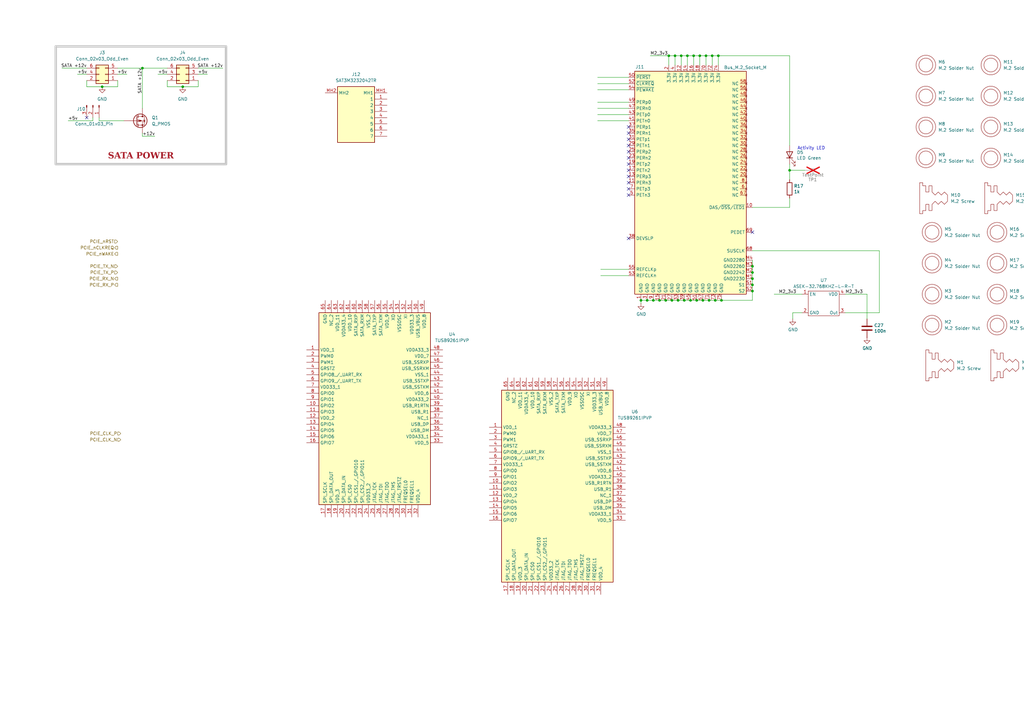
<source format=kicad_sch>
(kicad_sch (version 20250114) (generator "eeschema") (generator_version "9.0")
  (paper "A3")
  (rectangle (start 22.86 19.05) (end 92.71 67.31) (stroke (width 1) (color 200 200 200 1)))
  (text "Activity LED" (at 327.025 61.595 0) (effects (font (size 1.27 1.27)) (justify left bottom)))
  (text_box "SATA POWER" (at 22.86 59.69 0) (size 69.85 7.62) (margins 1.9049 1.9049 1.9049 1.9049) (stroke (width -0.0001)) (effects (font (size 2.54 2.54) (thickness 0.508) (bold yes)) (justify bottom)))
  (junction (at 279.4 22.86))
  (junction (at 308.61 114.3))
  (junction (at 283.21 123.19))
  (junction (at 280.67 123.19))
  (junction (at -25.4 231.14))
  (junction (at 289.56 22.86))
  (junction (at 292.1 22.86))
  (junction (at 308.61 109.22))
  (junction (at 323.85 69.85))
  (junction (at 294.64 22.86))
  (junction (at -59.69 226.06))
  (junction (at 276.86 22.86))
  (junction (at 58.42 27.94))
  (junction (at 281.94 22.86))
  (junction (at -107.95 259.08))
  (junction (at -27.94 259.08))
  (junction (at -22.86 226.06))
  (junction (at -96.52 265.43))
  (junction (at 308.61 119.38))
  (junction (at -107.95 226.06))
  (junction (at -95.25 274.32))
  (junction (at -43.18 226.06))
  (junction (at 308.61 111.76))
  (junction (at -17.78 259.08))
  (junction (at -93.98 226.06))
  (junction (at -99.06 259.08))
  (junction (at -95.25 241.3))
  (junction (at -59.69 259.08))
  (junction (at -27.94 226.06))
  (junction (at 274.32 22.86))
  (junction (at -22.86 264.16))
  (junction (at -17.78 226.06))
  (junction (at -33.02 226.06))
  (junction (at 284.48 22.86))
  (junction (at -43.18 236.22))
  (junction (at -22.86 259.08))
  (junction (at 288.29 123.19))
  (junction (at 267.97 123.19))
  (junction (at -78.74 274.32))
  (junction (at -78.74 241.3))
  (junction (at 285.75 123.19))
  (junction (at -96.52 232.41))
  (junction (at -43.18 269.24))
  (junction (at -95.25 261.62))
  (junction (at 293.37 123.19))
  (junction (at 295.91 123.19))
  (junction (at -62.23 274.32))
  (junction (at 41.91 35.56))
  (junction (at 287.02 22.86))
  (junction (at -43.18 259.08))
  (junction (at -93.98 259.08))
  (junction (at 270.51 123.19))
  (junction (at -27.94 231.14))
  (junction (at -62.23 241.3))
  (junction (at -27.94 264.16))
  (junction (at 308.61 116.84))
  (junction (at -99.06 226.06))
  (junction (at 275.59 123.19))
  (junction (at -33.02 259.08))
  (junction (at 273.05 123.19))
  (junction (at -25.4 264.16))
  (junction (at 290.83 123.19))
  (junction (at -95.25 228.6))
  (junction (at -93.98 228.6))
  (junction (at -96.52 264.16))
  (junction (at 265.43 123.19))
  (junction (at 74.93 35.56))
  (junction (at -96.52 231.14))
  (junction (at 262.89 123.19))
  (junction (at -22.86 231.14))
  (junction (at -93.98 261.62))
  (junction (at 278.13 123.19))
  (no_connect (at 257.81 72.39))
  (no_connect (at 35.56 48.26))
  (no_connect (at 257.81 64.77))
  (no_connect (at 257.81 57.15))
  (no_connect (at 308.61 95.25))
  (no_connect (at 257.81 54.61))
  (no_connect (at 257.81 80.01))
  (no_connect (at 257.81 97.79))
  (no_connect (at 257.81 52.07))
  (no_connect (at -63.5 231.14))
  (no_connect (at 257.81 62.23))
  (no_connect (at 257.81 67.31))
  (no_connect (at -63.5 264.16))
  (no_connect (at 257.81 77.47))
  (no_connect (at 257.81 74.93))
  (no_connect (at 257.81 69.85))
  (no_connect (at 257.81 59.69))
  (wire (pts (xy -27.94 226.06) (xy -22.86 226.06)))
  (wire (pts (xy -43.18 269.24) (xy -43.18 274.32)))
  (wire (pts (xy 308.61 116.84) (xy 308.61 119.38)))
  (wire (pts (xy -33.02 264.16) (xy -27.94 264.16)))
  (wire (pts (xy -27.94 264.16) (xy -25.4 264.16)))
  (wire (pts (xy -62.23 274.32) (xy -62.23 266.7)))
  (wire (pts (xy 35.56 33.02) (xy 35.56 35.56)))
  (wire (pts (xy 292.1 22.86) (xy 292.1 26.67)))
  (wire (pts (xy -107.95 269.24) (xy -93.98 269.24)))
  (wire (pts (xy 245.11 44.45) (xy 257.81 44.45)))
  (wire (pts (xy 308.61 119.38) (xy 308.61 123.19)))
  (wire (pts (xy 262.89 123.19) (xy 262.89 124.46)))
  (wire (pts (xy 308.61 111.76) (xy 308.61 114.3)))
  (wire (pts (xy 276.86 22.86) (xy 276.86 26.67)))
  (wire (pts (xy -63.5 269.24) (xy -43.18 269.24)))
  (wire (pts (xy -43.18 266.7) (xy -43.18 269.24)))
  (wire (pts (xy -93.98 228.6) (xy -93.98 231.14)))
  (wire (pts (xy -93.98 223.52) (xy -96.52 223.52)))
  (wire (pts (xy -63.5 261.62) (xy -58.42 261.62)))
  (wire (pts (xy -107.95 259.08) (xy -99.06 259.08)))
  (wire (pts (xy -99.06 264.16) (xy -96.52 264.16)))
  (wire (pts (xy -33.02 231.14) (xy -27.94 231.14)))
  (wire (pts (xy 81.28 35.56) (xy 81.28 33.02)))
  (wire (pts (xy -22.86 231.14) (xy -17.78 231.14)))
  (wire (pts (xy -96.52 223.52) (xy -96.52 231.14)))
  (wire (pts (xy 360.68 128.27) (xy 346.71 128.27)))
  (wire (pts (xy -43.18 233.68) (xy -43.18 236.22)))
  (wire (pts (xy 294.64 22.86) (xy 294.64 26.67)))
  (wire (pts (xy 281.94 22.86) (xy 281.94 26.67)))
  (wire (pts (xy 287.02 22.86) (xy 289.56 22.86)))
  (wire (pts (xy 355.6 120.65) (xy 346.71 120.65)))
  (wire (pts (xy 27.94 49.53) (xy 38.1 49.53)))
  (wire (pts (xy 257.81 41.91) (xy 245.11 41.91)))
  (wire (pts (xy -113.03 259.08) (xy -107.95 259.08)))
  (wire (pts (xy 246.38 113.03) (xy 257.81 113.03)))
  (wire (pts (xy 294.64 22.86) (xy 323.85 22.86)))
  (wire (pts (xy -96.52 265.43) (xy -96.52 274.32)))
  (wire (pts (xy -63.5 228.6) (xy -58.42 228.6)))
  (wire (pts (xy 281.94 22.86) (xy 284.48 22.86)))
  (wire (pts (xy -27.94 231.14) (xy -25.4 231.14)))
  (wire (pts (xy 85.09 30.48) (xy 81.28 30.48)))
  (wire (pts (xy 262.89 123.19) (xy 265.43 123.19)))
  (wire (pts (xy -25.4 264.16) (xy -22.86 264.16)))
  (wire (pts (xy -63.5 259.08) (xy -59.69 259.08)))
  (wire (pts (xy -25.4 231.14) (xy -22.86 231.14)))
  (wire (pts (xy 308.61 102.87) (xy 360.68 102.87)))
  (wire (pts (xy -95.25 228.6) (xy -93.98 228.6)))
  (wire (pts (xy 40.64 49.53) (xy 50.8 49.53)))
  (wire (pts (xy -43.18 259.08) (xy -33.02 259.08)))
  (wire (pts (xy 308.61 106.68) (xy 308.61 109.22)))
  (wire (pts (xy 289.56 22.86) (xy 292.1 22.86)))
  (wire (pts (xy 290.83 123.19) (xy 288.29 123.19)))
  (wire (pts (xy 68.58 30.48) (xy 64.77 30.48)))
  (wire (pts (xy -95.25 241.3) (xy -78.74 241.3)))
  (wire (pts (xy -63.5 256.54) (xy -63.5 254)))
  (wire (pts (xy -107.95 236.22) (xy -93.98 236.22)))
  (wire (pts (xy 308.61 114.3) (xy 308.61 116.84)))
  (wire (pts (xy 245.11 31.75) (xy 257.81 31.75)))
  (wire (pts (xy -33.02 226.06) (xy -27.94 226.06)))
  (wire (pts (xy 325.12 130.81) (xy 325.12 128.27)))
  (wire (pts (xy -63.5 226.06) (xy -59.69 226.06)))
  (wire (pts (xy 40.64 48.26) (xy 40.64 49.53)))
  (wire (pts (xy 288.29 123.19) (xy 285.75 123.19)))
  (wire (pts (xy 293.37 123.19) (xy 290.83 123.19)))
  (wire (pts (xy -113.03 226.06) (xy -107.95 226.06)))
  (wire (pts (xy 58.42 27.94) (xy 48.26 27.94)))
  (wire (pts (xy 284.48 22.86) (xy 284.48 26.67)))
  (wire (pts (xy -33.02 259.08) (xy -27.94 259.08)))
  (wire (pts (xy 308.61 85.09) (xy 323.85 85.09)))
  (wire (pts (xy -48.26 226.06) (xy -43.18 226.06)))
  (wire (pts (xy -107.95 226.06) (xy -99.06 226.06)))
  (wire (pts (xy -93.98 261.62) (xy -93.98 264.16)))
  (wire (pts (xy 323.85 69.85) (xy 323.85 67.31)))
  (wire (pts (xy -93.98 259.08) (xy -93.98 261.62)))
  (wire (pts (xy -107.95 260.35) (xy -107.95 259.08)))
  (wire (pts (xy 289.56 22.86) (xy 289.56 26.67)))
  (wire (pts (xy 58.42 55.88) (xy 58.42 54.61)))
  (wire (pts (xy 58.42 27.94) (xy 68.58 27.94)))
  (wire (pts (xy 63.5 55.88) (xy 58.42 55.88)))
  (wire (pts (xy -62.23 241.3) (xy -62.23 233.68)))
  (wire (pts (xy 274.32 22.86) (xy 274.32 26.67)))
  (wire (pts (xy 68.58 33.02) (xy 68.58 35.56)))
  (wire (pts (xy 267.97 123.19) (xy 270.51 123.19)))
  (wire (pts (xy -78.74 241.3) (xy -62.23 241.3)))
  (wire (pts (xy -59.69 226.06) (xy -55.88 226.06)))
  (wire (pts (xy -95.25 261.62) (xy -93.98 261.62)))
  (wire (pts (xy -96.52 231.14) (xy -96.52 232.41)))
  (wire (pts (xy 41.91 35.56) (xy 48.26 35.56)))
  (wire (pts (xy 52.07 30.48) (xy 48.26 30.48)))
  (wire (pts (xy 284.48 22.86) (xy 287.02 22.86)))
  (wire (pts (xy 278.13 123.19) (xy 280.67 123.19)))
  (wire (pts (xy -107.95 227.33) (xy -107.95 226.06)))
  (wire (pts (xy 292.1 22.86) (xy 294.64 22.86)))
  (wire (pts (xy 245.11 34.29) (xy 257.81 34.29)))
  (wire (pts (xy -95.25 228.6) (xy -95.25 217.17)))
  (wire (pts (xy 274.32 22.86) (xy 276.86 22.86)))
  (wire (pts (xy 325.12 128.27) (xy 328.93 128.27)))
  (wire (pts (xy 245.11 36.83) (xy 257.81 36.83)))
  (wire (pts (xy -96.52 264.16) (xy -96.52 265.43)))
  (wire (pts (xy -62.23 233.68) (xy -63.5 233.68)))
  (wire (pts (xy 323.85 69.85) (xy 330.2 69.85)))
  (wire (pts (xy -62.23 274.32) (xy -50.8 274.32)))
  (wire (pts (xy -78.74 274.32) (xy -62.23 274.32)))
  (wire (pts (xy 287.02 22.86) (xy 287.02 26.67)))
  (wire (pts (xy 295.91 123.19) (xy 293.37 123.19)))
  (wire (pts (xy 35.56 30.48) (xy 31.75 30.48)))
  (wire (pts (xy 68.58 35.56) (xy 74.93 35.56)))
  (wire (pts (xy -62.23 266.7) (xy -63.5 266.7)))
  (wire (pts (xy -95.25 274.32) (xy -78.74 274.32)))
  (wire (pts (xy 323.85 85.09) (xy 323.85 81.28)))
  (wire (pts (xy 273.05 123.19) (xy 275.59 123.19)))
  (wire (pts (xy 74.93 35.56) (xy 81.28 35.56)))
  (wire (pts (xy 38.1 49.53) (xy 38.1 48.26)))
  (wire (pts (xy -17.78 259.08) (xy -3.81 259.08)))
  (wire (pts (xy -99.06 226.06) (xy -93.98 226.06)))
  (wire (pts (xy -22.86 226.06) (xy -17.78 226.06)))
  (wire (pts (xy -93.98 233.68) (xy -93.98 232.41)))
  (wire (pts (xy 58.42 27.94) (xy 58.42 44.45)))
  (wire (pts (xy 308.61 109.22) (xy 308.61 111.76)))
  (wire (pts (xy -48.26 259.08) (xy -43.18 259.08)))
  (wire (pts (xy -17.78 226.06) (xy -3.81 226.06)))
  (wire (pts (xy 308.61 123.19) (xy 295.91 123.19)))
  (wire (pts (xy -96.52 232.41) (xy -96.52 241.3)))
  (wire (pts (xy -93.98 226.06) (xy -93.98 228.6)))
  (wire (pts (xy 267.97 123.19) (xy 265.43 123.19)))
  (wire (pts (xy -63.5 236.22) (xy -43.18 236.22)))
  (wire (pts (xy 48.26 35.56) (xy 48.26 33.02)))
  (wire (pts (xy 317.5 120.65) (xy 328.93 120.65)))
  (wire (pts (xy -22.86 264.16) (xy -17.78 264.16)))
  (wire (pts (xy -96.52 274.32) (xy -95.25 274.32)))
  (wire (pts (xy -59.69 259.08) (xy -55.88 259.08)))
  (wire (pts (xy -93.98 266.7) (xy -93.98 265.43)))
  (wire (pts (xy -96.52 232.41) (xy -93.98 232.41)))
  (wire (pts (xy 279.4 22.86) (xy 281.94 22.86)))
  (wire (pts (xy 270.51 123.19) (xy 273.05 123.19)))
  (wire (pts (xy -95.25 233.68) (xy -95.25 228.6)))
  (wire (pts (xy 246.38 110.49) (xy 257.81 110.49)))
  (wire (pts (xy -27.94 259.08) (xy -22.86 259.08)))
  (wire (pts (xy -107.95 267.97) (xy -107.95 269.24)))
  (wire (pts (xy -96.52 250.19) (xy -95.25 250.19)))
  (wire (pts (xy -43.18 226.06) (xy -33.02 226.06)))
  (wire (pts (xy -93.98 256.54) (xy -96.52 256.54)))
  (wire (pts (xy -63.5 220.98) (xy -59.69 220.98)))
  (wire (pts (xy 245.11 46.99) (xy 257.81 46.99)))
  (wire (pts (xy 245.11 49.53) (xy 257.81 49.53)))
  (wire (pts (xy 81.28 27.94) (xy 91.44 27.94)))
  (wire (pts (xy -95.25 266.7) (xy -95.25 261.62)))
  (wire (pts (xy -96.52 241.3) (xy -95.25 241.3)))
  (wire (pts (xy 360.68 102.87) (xy 360.68 128.27)))
  (wire (pts (xy 285.75 123.19) (xy 283.21 123.19)))
  (wire (pts (xy -63.5 223.52) (xy -63.5 220.98)))
  (wire (pts (xy 355.6 130.81) (xy 355.6 120.65)))
  (wire (pts (xy 280.67 123.19) (xy 283.21 123.19)))
  (wire (pts (xy -62.23 241.3) (xy -50.8 241.3)))
  (wire (pts (xy 279.4 22.86) (xy 279.4 26.67)))
  (wire (pts (xy 323.85 69.85) (xy 323.85 73.66)))
  (wire (pts (xy -96.52 217.17) (xy -95.25 217.17)))
  (wire (pts (xy -43.18 236.22) (xy -43.18 241.3)))
  (wire (pts (xy -63.5 254) (xy -59.69 254)))
  (wire (pts (xy 276.86 22.86) (xy 279.4 22.86)))
  (wire (pts (xy -22.86 259.08) (xy -17.78 259.08)))
  (wire (pts (xy 278.13 123.19) (xy 275.59 123.19)))
  (wire (pts (xy 266.7 22.86) (xy 274.32 22.86)))
  (wire (pts (xy 323.85 22.86) (xy 323.85 59.69)))
  (wire (pts (xy -99.06 259.08) (xy -93.98 259.08)))
  (wire (pts (xy 35.56 35.56) (xy 41.91 35.56)))
  (wire (pts (xy 25.4 27.94) (xy 35.56 27.94)))
  (wire (pts (xy -96.52 256.54) (xy -96.52 264.16)))
  (wire (pts (xy -96.52 265.43) (xy -93.98 265.43)))
  (wire (pts (xy -99.06 231.14) (xy -96.52 231.14)))
  (wire (pts (xy -95.25 261.62) (xy -95.25 250.19)))
  (wire (pts (xy -107.95 234.95) (xy -107.95 236.22)))
  (label "+5v" (at -113.03 259.08 0))
  (label "M2_3v3" (at 266.7 22.86 0))
  (label "+12v" (at 58.42 55.88 0))
  (label "SATA +12v" (at 91.44 27.94 180))
  (label "M2_3v3" (at 319.405 120.65 0))
  (label "M2_3v3" (at 346.71 120.65 0))
  (label "+5v" (at -62.23 261.62 0))
  (label "SATA +12v" (at 35.56 27.94 180))
  (label "+5v" (at -62.23 228.6 0))
  (label "M2_3v3 (1)" (at -3.81 226.06 180))
  (label "+5v" (at 27.94 49.53 0))
  (label "SATA +12v" (at 58.42 27.94 270))
  (label "+5v" (at 52.07 30.48 180))
  (label "+5v" (at 31.75 30.48 0))
  (label "+5v" (at 64.77 30.48 0))
  (label "+5v" (at -113.03 226.06 0))
  (label "M2_3v3 (2)" (at -3.81 259.08 180))
  (label "+5v" (at 85.09 30.48 180))
  (hierarchical_label "PCIE_CLK_P" (shape input) (at 49.53 177.8 180))
  (hierarchical_label "PCIE_RX_N" (shape output) (at 48.26 114.3 180))
  (hierarchical_label "PCIE_nRST" (shape input) (at 48.26 99.06 180))
  (hierarchical_label "PCIE_nWAKE" (shape output) (at 48.26 104.14 180))
  (hierarchical_label "PCIE_nCLKREQ" (shape output) (at 48.26 101.6 180))
  (hierarchical_label "PCIE_PWR_EN" (shape input) (at -96.52 250.19 180))
  (hierarchical_label "PCIE_PWR_EN" (shape input) (at -96.52 217.17 180))
  (hierarchical_label "PCIE_TX_P" (shape input) (at 48.26 111.76 180))
  (hierarchical_label "+5v" (shape input) (at -113.03 259.08 180))
  (hierarchical_label "PCIE_TX_N" (shape input) (at 48.26 109.22 180))
  (hierarchical_label "+5v" (shape input) (at -113.03 226.06 180))
  (hierarchical_label "PCIE_RX_P" (shape output) (at 48.26 116.84 180))
  (hierarchical_label "PCIE_CLK_N" (shape input) (at 49.53 180.34 180))
  (symbol (lib_id "power:GND") (at 41.91 35.56 0) (unit 1)
    (property "Reference" "#PWR04" (effects (hide yes)))
    (property "Value" "GND" (at 41.91 40.64 0))
    (property "Description" "Power symbol creates a global label with name \"GND\" , ground" (effects (hide yes)))
  )
  (symbol (lib_id "power:GND") (at 74.93 35.56 0) (unit 1)
    (property "Reference" "#PWR07" (effects (hide yes)))
    (property "Value" "GND" (at 74.93 40.64 0))
    (property "Description" "Power symbol creates a global label with name \"GND\" , ground" (effects (hide yes)))
  )
  (symbol (lib_id "Connector:Conn_01x03_Pin") (at 38.1 43.18 270) (unit 1)
    (property "Reference" "J10" (at 33.274 44.704 90))
    (property "Value" "Conn_01x03_Pin" (at 38.608 50.8 90))
    (property "Description" "Generic connector, single row, 01x03, script generated" (effects (hide yes)))
  )
  (symbol (lib_id "Connector:TestPoint") (at 330.2 69.85 270) (unit 1) (in_bom no) (dnp yes)
    (property "Reference" "TP1" (at 331.47 73.66 90) (effects (justify left)))
    (property "Value" "TestPoint" (at 328.93 71.755 90) (effects (justify left)))
    (property "Footprint" "TestPoint:TestPoint_Pad_2.0x2.0mm" (effects (hide yes)))
    (property "Field4" "nf" (effects (hide yes)))
    (property "Field5" "nf" (effects (hide yes)))
    (property "Field6" "nf" (effects (hide yes)))
    (property "Field7" "nf" (effects (hide yes)))
    (property "Part Description" "Test point" (effects (hide yes)))
  )
  (symbol (lib_id "CM5IO:Bus_M.2_Socket_M") (at 283.21 74.93 0) (unit 1)
    (property "Reference" "J11" (at 260.604 27.432 0) (effects (justify left)))
    (property "Value" "Bus_M.2_Socket_M" (at 296.926 27.686 0) (effects (justify left)))
    (property "Footprint" "CM5IO:M.2 M Key socket" (effects (hide yes)))
    (property "Description" "M.2 Socket 3 Mechanical Key M" (effects (hide yes)))
    (property "Field5" "MTSSD03-67MSW337" (effects (hide yes)))
    (property "Field6" "MTSSD03-67MSW337" (effects (hide yes)))
    (property "Field7" "MTCONN" (effects (hide yes)))
    (property "Part Description" "M.2 M Key connector" (effects (hide yes)))
  )
  (symbol (lib_id "Device:C_Small") (at -33.02 228.6 0) (unit 1)
    (property "Reference" "C30" (at -34.29 222.758 0) (effects (justify left)))
    (property "Value" "22n" (at -34.29 224.79 0) (effects (justify left)))
    (property "Description" "Unpolarized capacitor, small symbol" (effects (hide yes)))
  )
  (symbol (lib_id "Device:R") (at -95.25 237.49 0) (unit 1)
    (property "Reference" "R13" (at -96.266 244.602 0) (effects (justify left)))
    (property "Value" "100K 1%" (at -96.52 242.824 0) (effects (justify left)))
    (property "Footprint" "Resistor_SMD:R_0402_1005Metric" (effects (hide yes)))
    (property "Datasheet" "https://fscdn.rohm.com/en/products/databook/datasheet/passive/resistor/chip_resistor/mcr-e.pdf" (effects (hide yes)))
    (property "Field4" "Farnell" (effects (hide yes)))
    (property "Field6" "MCR01MZPF1003" (effects (hide yes)))
    (property "Field7" "Rohm" (effects (hide yes)))
    (property "Part Description" "Resistor 100K M1005 1% 63mW" (effects (hide yes)))
  )
  (symbol (lib_id "CM5IO:M.2_Screw") (at 382.27 81.28 0) (unit 1) (on_board no)
    (property "Reference" "M10" (at 389.89 80.0099 0) (effects (justify left)))
    (property "Value" "M.2 Screw" (at 389.89 82.5499 0) (effects (justify left)))
    (property "Part Description" "M.2 Screw" (effects (hide yes)))
  )
  (symbol (lib_id "power:GND") (at 262.89 124.46 0) (unit 1)
    (property "Reference" "#PWR019" (effects (hide yes)))
    (property "Value" "GND" (at 263.017 128.8542 0))
    (property "Description" "Power symbol creates a global label with name \"GND\" , ground" (effects (hide yes)))
  )
  (symbol (lib_id "Device:R") (at -43.18 262.89 0) (unit 1)
    (property "Reference" "R9" (at -40.64 261.6199 0) (effects (justify left)))
    (property "Value" "137k" (at -40.64 264.1599 0) (effects (justify left)))
    (property "Description" "Resistor" (effects (hide yes)))
  )
  (symbol (lib_id "Device:R") (at 323.85 77.47 0) (unit 1)
    (property "Reference" "R17" (at 325.628 76.3016 0) (effects (justify left)))
    (property "Value" "1k" (at 325.628 78.613 0) (effects (justify left)))
    (property "Footprint" "Resistor_SMD:R_0402_1005Metric" (effects (hide yes)))
    (property "Datasheet" "https://fscdn.rohm.com/en/products/databook/datasheet/passive/resistor/chip_resistor/mcr-e.pdf" (effects (hide yes)))
    (property "Field4" "Farnell" (effects (hide yes)))
    (property "Field5" "9239235" (effects (hide yes)))
    (property "Field7" "KOA EUROPE GMBH" (effects (hide yes)))
    (property "Field6" "RK73H1ETTP1001F" (effects (hide yes)))
    (property "Part Description" "Resistor 1K M1005 1% 63mW" (effects (hide yes)))
    (property "Field8" "125049511" (effects (hide yes)))
  )
  (symbol (lib_id "CM5IO:SolderNut") (at 382.27 120.65 0) (unit 1) (exclude_from_sim yes) (on_board no)
    (property "Reference" "M3" (at 387.35 119.3799 0) (effects (justify left)))
    (property "Value" "M.2 Solder Nut" (at 387.35 121.9199 0) (effects (justify left)))
    (property "Part Description" "Solder nut for M.2 slot" (effects (hide yes)))
  )
  (symbol (lib_id "Device:C_Small") (at -22.86 228.6 0) (unit 1)
    (property "Reference" "C32" (at -24.13 222.758 0) (effects (justify left)))
    (property "Value" "22n" (at -24.13 224.79 0) (effects (justify left)))
    (property "Description" "Unpolarized capacitor, small symbol" (effects (hide yes)))
  )
  (symbol (lib_id "AP62800SJ-7:AP62800SJ-7") (at -93.98 223.52 0) (unit 1)
    (property "Reference" "IC2" (at -78.74 215.9 0))
    (property "Value" "AP62800SJ-7" (at -78.74 218.44 0))
    (property "Footprint" "AP62800SJ7" (effects (hide yes)))
    (property "Datasheet" "https://www.diodes.com//assets/Datasheets/AP62800.pdf" (effects (hide yes)))
    (property "Description" "Switching Voltage Regulators DCDC Conv HV Buck V-QFN2030-12 T&R 3K" (effects (hide yes)))
    (property "Height" "0.85" (effects (hide yes)))
    (property "Manufacturer_Name" "Diodes Incorporated" (effects (hide yes)))
    (property "Manufacturer_Part_Number" "AP62800SJ-7" (effects (hide yes)))
  )
  (symbol (lib_id "Device:C") (at 355.6 134.62 0) (unit 1)
    (property "Reference" "C27" (at 358.521 133.4516 0) (effects (justify left)))
    (property "Value" "100n" (at 358.521 135.763 0) (effects (justify left)))
    (property "Footprint" "Capacitor_SMD:C_0402_1005Metric" (effects (hide yes)))
    (property "Datasheet" "https://search.murata.co.jp/Ceramy/image/img/A01X/G101/ENG/GRM155R71C104KA88-01.pdf" (effects (hide yes)))
    (property "Field4" "Farnell" (effects (hide yes)))
    (property "Field5" "2611911" (effects (hide yes)))
    (property "Field6" "RM EMK105 B7104KV-F" (effects (hide yes)))
    (property "Field7" "TAIYO YUDEN EUROPE GMBH" (effects (hide yes)))
    (property "Field8" "110091611" (effects (hide yes)))
    (property "Part Description" "	0.1uF 10% 16V Ceramic Capacitor X7R 0402 (1005 Metric)" (effects (hide yes)))
  )
  (symbol (lib_id "Device:R") (at -43.18 229.87 0) (unit 1)
    (property "Reference" "R16" (at -40.64 228.5999 0) (effects (justify left)))
    (property "Value" "137k" (at -40.64 231.1399 0) (effects (justify left)))
    (property "Description" "Resistor" (effects (hide yes)))
  )
  (symbol (lib_id "CM5IO:SolderNut") (at 406.4 52.07 0) (unit 1) (exclude_from_sim yes) (on_board no)
    (property "Reference" "M13" (at 411.48 50.7999 0) (effects (justify left)))
    (property "Value" "M.2 Solder Nut" (at 411.48 53.3399 0) (effects (justify left)))
    (property "Part Description" "Solder nut for M.2 slot" (effects (hide yes)))
  )
  (symbol (lib_id "power:GND") (at -78.74 274.32 0) (unit 1)
    (property "Reference" "#PWR08" (effects (hide yes)))
    (property "Value" "GND" (at -78.74 279.4 0))
    (property "Description" "Power symbol creates a global label with name \"GND\" , ground" (effects (hide yes)))
  )
  (symbol (lib_id "CM5IO:M.2_Screw") (at 411.48 149.86 0) (unit 1) (on_board no)
    (property "Reference" "M20" (at 419.1 148.5899 0) (effects (justify left)))
    (property "Value" "M.2 Screw" (at 419.1 151.1299 0) (effects (justify left)))
    (property "Part Description" "M.2 Screw" (effects (hide yes)))
  )
  (symbol (lib_id "Device:R") (at -95.25 270.51 0) (unit 1)
    (property "Reference" "R14" (at -96.266 277.622 0) (effects (justify left)))
    (property "Value" "100K 1%" (at -96.52 275.844 0) (effects (justify left)))
    (property "Footprint" "Resistor_SMD:R_0402_1005Metric" (effects (hide yes)))
    (property "Datasheet" "https://fscdn.rohm.com/en/products/databook/datasheet/passive/resistor/chip_resistor/mcr-e.pdf" (effects (hide yes)))
    (property "Field4" "Farnell" (effects (hide yes)))
    (property "Field6" "MCR01MZPF1003" (effects (hide yes)))
    (property "Field7" "Rohm" (effects (hide yes)))
    (property "Part Description" "Resistor 100K M1005 1% 63mW" (effects (hide yes)))
  )
  (symbol (lib_id "CM5IO:ASEK-32.768KHZ-L-R-T") (at 337.82 124.46 0) (unit 1)
    (property "Reference" "U7" (at 337.82 114.935 0))
    (property "Value" "ASEK-32.768KHZ-L-R-T" (at 337.82 117.475 0))
    (property "Footprint" "Crystal:Crystal_SMD_3225-4Pin_3.2x2.5mm" (effects (hide yes)))
    (property "Datasheet" "https://abracon.com/Oscillators/ASEK.pdf" (effects (hide yes)))
    (property "Field5" "ASEK-32.768KHZ-L-R-T" (effects (hide yes)))
    (property "Field6" "ASEK-32.768KHZ-L-R-T" (effects (hide yes)))
    (property "Field7" "abracon" (effects (hide yes)))
    (property "Part Description" "32KHz Xtal oscilator" (effects (hide yes)))
  )
  (symbol (lib_id "Device:C_Small") (at -99.06 261.62 0) (unit 1)
    (property "Reference" "C18" (at -101.6 260.3562 0) (effects (justify right)))
    (property "Value" "22u" (at -101.6 262.8962 0) (effects (justify right)))
    (property "Description" "Unpolarized capacitor, small symbol" (effects (hide yes)))
  )
  (symbol (lib_id "Device:R") (at -107.95 264.16 0) (mirror y) (unit 1)
    (property "Reference" "R8" (at -110.49 262.8899 0) (effects (justify left)))
    (property "Value" "R" (at -110.49 265.4299 0) (effects (justify left)))
    (property "Description" "Resistor" (effects (hide yes)))
  )
  (symbol (lib_id "Device:R") (at -46.99 274.32 90) (unit 1)
    (property "Reference" "R11" (at -46.99 270.51 90))
    (property "Value" "30.1k" (at -46.99 272.288 90))
    (property "Description" "Resistor" (effects (hide yes)))
  )
  (symbol (lib_id "CM5IO:SolderNut") (at 408.94 133.35 0) (unit 1) (exclude_from_sim yes) (on_board no)
    (property "Reference" "M19" (at 414.02 132.0799 0) (effects (justify left)))
    (property "Value" "M.2 Solder Nut" (at 414.02 134.6199 0) (effects (justify left)))
    (property "Part Description" "Solder nut for M.2 slot" (effects (hide yes)))
  )
  (symbol (lib_id "CM5IO:SolderNut") (at 379.73 64.77 0) (unit 1) (exclude_from_sim yes) (on_board no)
    (property "Reference" "M9" (at 384.81 63.4999 0) (effects (justify left)))
    (property "Value" "M.2 Solder Nut" (at 384.81 66.0399 0) (effects (justify left)))
    (property "Part Description" "Solder nut for M.2 slot" (effects (hide yes)))
  )
  (symbol (lib_id "Connector_Generic:Conn_02x03_Odd_Even") (at 76.2 30.48 180) (unit 1)
    (property "Reference" "J4" (at 74.93 21.59 0))
    (property "Value" "Conn_02x03_Odd_Even" (at 74.93 24.13 0))
    (property "Description" "Generic connector, double row, 02x03, odd/even pin numbering scheme (row 1 odd numbers, row 2 even numbers), script generated (kicad-library-utils/schlib/autogen/connector/)" (effects (hide yes)))
  )
  (symbol (lib_id "CM5IO:SolderNut") (at 406.4 26.67 0) (unit 1) (exclude_from_sim yes) (on_board no)
    (property "Reference" "M11" (at 411.48 25.3999 0) (effects (justify left)))
    (property "Value" "M.2 Solder Nut" (at 411.48 27.9399 0) (effects (justify left)))
    (property "Part Description" "Solder nut for M.2 slot" (effects (hide yes)))
  )
  (symbol (lib_id "Device:L") (at -52.07 259.08 90) (unit 1)
    (property "Reference" "L1" (at -52.07 254 90))
    (property "Value" "2u" (at -52.07 256.54 90))
    (property "Description" "Inductor" (effects (hide yes)))
  )
  (symbol (lib_id "CM5IO:SolderNut") (at 408.94 107.95 0) (unit 1) (exclude_from_sim yes) (on_board no)
    (property "Reference" "M17" (at 414.02 106.6799 0) (effects (justify left)))
    (property "Value" "M.2 Solder Nut" (at 414.02 109.2199 0) (effects (justify left)))
    (property "Part Description" "Solder nut for M.2 slot" (effects (hide yes)))
  )
  (symbol (lib_id "AP62800SJ-7:AP62800SJ-7") (at -93.98 256.54 0) (unit 1)
    (property "Reference" "IC1" (at -78.74 248.92 0))
    (property "Value" "AP62800SJ-7" (at -78.74 251.46 0))
    (property "Footprint" "AP62800SJ7" (effects (hide yes)))
    (property "Datasheet" "https://www.diodes.com//assets/Datasheets/AP62800.pdf" (effects (hide yes)))
    (property "Description" "Switching Voltage Regulators DCDC Conv HV Buck V-QFN2030-12 T&R 3K" (effects (hide yes)))
    (property "Height" "0.85" (effects (hide yes)))
    (property "Manufacturer_Name" "Diodes Incorporated" (effects (hide yes)))
    (property "Manufacturer_Part_Number" "AP62800SJ-7" (effects (hide yes)))
  )
  (symbol (lib_id "Device:C_Small") (at -59.69 223.52 0) (unit 1)
    (property "Reference" "C29" (at -60.96 217.678 0) (effects (justify left)))
    (property "Value" "100n" (at -61.722 219.71 0) (effects (justify left)))
    (property "Description" "Unpolarized capacitor, small symbol" (effects (hide yes)))
  )
  (symbol (lib_id "Device:C_Small") (at -99.06 228.6 0) (unit 1)
    (property "Reference" "C28" (at -101.6 227.3362 0) (effects (justify right)))
    (property "Value" "22u" (at -101.6 229.8762 0) (effects (justify right)))
    (property "Description" "Unpolarized capacitor, small symbol" (effects (hide yes)))
  )
  (symbol (lib_id "CM5IO:M.2_Screw") (at 384.81 149.86 0) (unit 1) (on_board no)
    (property "Reference" "M1" (at 392.43 148.5899 0) (effects (justify left)))
    (property "Value" "M.2 Screw" (at 392.43 151.1299 0) (effects (justify left)))
    (property "Part Description" "M.2 Screw" (effects (hide yes)))
  )
  (symbol (lib_id "SAT3M3232042TR:SAT3M3232042TR") (at 133.35 38.1 0) (unit 1)
    (property "Reference" "J12" (at 146.05 30.48 0))
    (property "Value" "SAT3M3232042TR" (at 146.05 33.02 0))
    (property "Footprint" "SAT3M3232042TR" (effects (hide yes)))
    (property "Datasheet" "https://cdn.amphenol-cs.com/media/wysiwyg/files/drawing/sat3m323203xxx.pdf" (effects (hide yes)))
    (property "Description" "SATA Connectors, Storage & Server System, Plug, Surface Mount, 7 Positions." (effects (hide yes)))
    (property "Height" "8.55" (effects (hide yes)))
    (property "Manufacturer_Name" "Amphenol Communications Solutions" (effects (hide yes)))
    (property "Manufacturer_Part_Number" "SAT3M3232042TR" (effects (hide yes)))
    (property "Mouser Part Number" "523-SAT3M3232042TR" (effects (hide yes)))
    (property "Mouser Price/Stock" "https://www.mouser.co.uk/ProductDetail/Amphenol-FCI/SAT3M3232042TR?qs=vLWxofP3U2zYTvrDpHb8Yw%3D%3D" (effects (hide yes)))
    (property "Arrow Part Number" "SAT3M3232042TR" (effects (hide yes)))
    (property "Arrow Price/Stock" "https://www.arrow.com/en/products/sat3m3232042tr/amphenol-fci?utm_currency=USD&region=europe" (effects (hide yes)))
  )
  (symbol (lib_id "Device:C_Small") (at -22.86 261.62 0) (unit 1)
    (property "Reference" "C25" (at -24.13 255.778 0) (effects (justify left)))
    (property "Value" "22n" (at -24.13 257.81 0) (effects (justify left)))
    (property "Description" "Unpolarized capacitor, small symbol" (effects (hide yes)))
  )
  (symbol (lib_id "CM5IO:SolderNut") (at 382.27 107.95 0) (unit 1) (exclude_from_sim yes) (on_board no)
    (property "Reference" "M4" (at 387.35 106.6799 0) (effects (justify left)))
    (property "Value" "M.2 Solder Nut" (at 387.35 109.2199 0) (effects (justify left)))
    (property "Part Description" "Solder nut for M.2 slot" (effects (hide yes)))
  )
  (symbol (lib_id "power:GND") (at -25.4 264.16 0) (unit 1)
    (property "Reference" "#PWR09" (effects (hide yes)))
    (property "Value" "GND" (at -25.4 269.24 0))
    (property "Description" "Power symbol creates a global label with name \"GND\" , ground" (effects (hide yes)))
  )
  (symbol (lib_id "Device:C_Small") (at -27.94 228.6 0) (unit 1)
    (property "Reference" "C31" (at -29.21 222.758 0) (effects (justify left)))
    (property "Value" "22n" (at -29.21 224.79 0) (effects (justify left)))
    (property "Description" "Unpolarized capacitor, small symbol" (effects (hide yes)))
  )
  (symbol (lib_id "CM5IO:SolderNut") (at 379.73 26.67 0) (unit 1) (exclude_from_sim yes) (on_board no)
    (property "Reference" "M6" (at 384.81 25.3999 0) (effects (justify left)))
    (property "Value" "M.2 Solder Nut" (at 384.81 27.9399 0) (effects (justify left)))
    (property "Part Description" "Solder nut for M.2 slot" (effects (hide yes)))
  )
  (symbol (lib_id "TUSB9261IPVP:TUSB9261IPVP") (at 125.73 143.51 0) (unit 1)
    (property "Reference" "U4" (at 185.42 137.0898 0))
    (property "Value" "TUSB9261IPVP" (at 185.42 139.6298 0))
    (property "Footprint" "QFP40P900X900X120-65N" (effects (hide yes)))
    (property "Datasheet" "http://www.ti.com/lit/gpn/tusb9261" (effects (hide yes)))
    (property "Description" "USB 3.0 5 Gbps to SATA Bridge" (effects (hide yes)))
    (property "Height" "1.2" (effects (hide yes)))
    (property "Manufacturer_Name" "Texas Instruments" (effects (hide yes)))
    (property "Manufacturer_Part_Number" "TUSB9261IPVP" (effects (hide yes)))
    (property "Mouser Part Number" "595-TUSB9261IPVP" (effects (hide yes)))
    (property "Mouser Price/Stock" "https://www.mouser.co.uk/ProductDetail/Texas-Instruments/TUSB9261IPVP?qs=FBI%252BX3tnPf1SUg0QkfZf9Q%3D%3D" (effects (hide yes)))
    (property "Arrow Part Number" "TUSB9261IPVP" (effects (hide yes)))
    (property "Arrow Price/Stock" "https://www.arrow.com/en/products/tusb9261ipvp/texas-instruments?region=nac" (effects (hide yes)))
  )
  (symbol (lib_id "Device:LED") (at 323.85 63.5 90) (unit 1)
    (property "Reference" "D5" (at 326.8218 62.5094 90) (effects (justify right)))
    (property "Value" "LED Green" (at 326.8218 64.8208 90) (effects (justify right)))
    (property "Footprint" "LED_SMD:LED_0603_1608Metric" (effects (hide yes)))
    (property "Datasheet" "http://optoelectronics.liteon.com/upload/download/DS22-2000-226/LTST-S270KGKT.pdf" (effects (hide yes)))
    (property "Field4" "Digikey " (effects (hide yes)))
    (property "Field5" "LTST-S270KGKT" (effects (hide yes)))
    (property "Field6" "SML-A12M8TT86N" (effects (hide yes)))
    (property "Field7" "Rohm" (effects (hide yes)))
    (property "Field8" "650263301" (effects (hide yes)))
    (property "Part Description" "	Green 572nm LED Indication - Discrete 2.2V 2-SMD, No Lead" (effects (hide yes)))
  )
  (symbol (lib_id "Device:R") (at -107.95 231.14 0) (mirror y) (unit 1)
    (property "Reference" "R12" (at -110.49 229.8699 0) (effects (justify left)))
    (property "Value" "R" (at -110.49 232.4099 0) (effects (justify left)))
    (property "Description" "Resistor" (effects (hide yes)))
  )
  (symbol (lib_id "Connector_Generic:Conn_02x03_Odd_Even") (at 43.18 30.48 180) (unit 1)
    (property "Reference" "J3" (at 41.91 21.59 0))
    (property "Value" "Conn_02x03_Odd_Even" (at 41.91 24.13 0))
    (property "Description" "Generic connector, double row, 02x03, odd/even pin numbering scheme (row 1 odd numbers, row 2 even numbers), script generated (kicad-library-utils/schlib/autogen/connector/)" (effects (hide yes)))
  )
  (symbol (lib_id "Device:C_Small") (at -17.78 261.62 0) (unit 1)
    (property "Reference" "C26" (at -19.05 255.778 0) (effects (justify left)))
    (property "Value" "22n" (at -19.05 257.81 0) (effects (justify left)))
    (property "Description" "Unpolarized capacitor, small symbol" (effects (hide yes)))
  )
  (symbol (lib_id "TUSB9261IPVP:TUSB9261IPVP") (at 200.66 175.26 0) (unit 1)
    (property "Reference" "U6" (at 260.35 168.8398 0))
    (property "Value" "TUSB9261IPVP" (at 260.35 171.3798 0))
    (property "Footprint" "QFP40P900X900X120-65N" (effects (hide yes)))
    (property "Datasheet" "http://www.ti.com/lit/gpn/tusb9261" (effects (hide yes)))
    (property "Description" "USB 3.0 5 Gbps to SATA Bridge" (effects (hide yes)))
    (property "Height" "1.2" (effects (hide yes)))
    (property "Manufacturer_Name" "Texas Instruments" (effects (hide yes)))
    (property "Manufacturer_Part_Number" "TUSB9261IPVP" (effects (hide yes)))
    (property "Mouser Part Number" "595-TUSB9261IPVP" (effects (hide yes)))
    (property "Mouser Price/Stock" "https://www.mouser.co.uk/ProductDetail/Texas-Instruments/TUSB9261IPVP?qs=FBI%252BX3tnPf1SUg0QkfZf9Q%3D%3D" (effects (hide yes)))
    (property "Arrow Part Number" "TUSB9261IPVP" (effects (hide yes)))
    (property "Arrow Price/Stock" "https://www.arrow.com/en/products/tusb9261ipvp/texas-instruments?region=nac" (effects (hide yes)))
  )
  (symbol (lib_id "Device:C_Small") (at -27.94 261.62 0) (unit 1)
    (property "Reference" "C24" (at -29.21 255.778 0) (effects (justify left)))
    (property "Value" "22n" (at -29.21 257.81 0) (effects (justify left)))
    (property "Description" "Unpolarized capacitor, small symbol" (effects (hide yes)))
  )
  (symbol (lib_id "CM5IO:SolderNut") (at 382.27 95.25 0) (unit 1) (exclude_from_sim yes) (on_board no)
    (property "Reference" "M5" (at 387.35 93.9799 0) (effects (justify left)))
    (property "Value" "M.2 Solder Nut" (at 387.35 96.5199 0) (effects (justify left)))
    (property "Part Description" "Solder nut for M.2 slot" (effects (hide yes)))
  )
  (symbol (lib_id "Device:C_Small") (at -59.69 256.54 0) (unit 1)
    (property "Reference" "C9" (at -60.96 250.698 0) (effects (justify left)))
    (property "Value" "100n" (at -61.722 252.73 0) (effects (justify left)))
    (property "Description" "Unpolarized capacitor, small symbol" (effects (hide yes)))
  )
  (symbol (lib_id "power:GND") (at 355.6 138.43 0) (unit 1)
    (property "Reference" "#PWR025" (effects (hide yes)))
    (property "Value" "GND" (at 355.727 142.8242 0))
    (property "Description" "Power symbol creates a global label with name \"GND\" , ground" (effects (hide yes)))
  )
  (symbol (lib_id "Device:C_Small") (at -17.78 228.6 0) (unit 1)
    (property "Reference" "C33" (at -19.05 222.758 0) (effects (justify left)))
    (property "Value" "22n" (at -19.05 224.79 0) (effects (justify left)))
    (property "Description" "Unpolarized capacitor, small symbol" (effects (hide yes)))
  )
  (symbol (lib_id "CM5IO:M.2_Screw") (at 408.94 81.28 0) (unit 1) (on_board no)
    (property "Reference" "M15" (at 416.56 80.0099 0) (effects (justify left)))
    (property "Value" "M.2 Screw" (at 416.56 82.5499 0) (effects (justify left)))
    (property "Part Description" "M.2 Screw" (effects (hide yes)))
  )
  (symbol (lib_id "Device:L") (at -52.07 226.06 90) (unit 1)
    (property "Reference" "L2" (at -52.07 220.98 90))
    (property "Value" "2u" (at -52.07 223.52 90))
    (property "Description" "Inductor" (effects (hide yes)))
  )
  (symbol (lib_id "CM5IO:SolderNut") (at 382.27 133.35 0) (unit 1) (exclude_from_sim yes) (on_board no)
    (property "Reference" "M2" (at 387.35 132.0799 0) (effects (justify left)))
    (property "Value" "M.2 Solder Nut" (at 387.35 134.6199 0) (effects (justify left)))
    (property "Part Description" "Solder nut for M.2 slot" (effects (hide yes)))
  )
  (symbol (lib_id "Device:Q_PMOS") (at 55.88 49.53 0) (unit 1)
    (property "Reference" "Q1" (at 62.23 48.2599 0) (effects (justify left)))
    (property "Value" "Q_PMOS" (at 62.23 50.7999 0) (effects (justify left)))
    (property "Description" "P-MOSFET transistor" (effects (hide yes)))
  )
  (symbol (lib_id "CM5IO:SolderNut") (at 408.94 95.25 0) (unit 1) (exclude_from_sim yes) (on_board no)
    (property "Reference" "M16" (at 414.02 93.9799 0) (effects (justify left)))
    (property "Value" "M.2 Solder Nut" (at 414.02 96.5199 0) (effects (justify left)))
    (property "Part Description" "Solder nut for M.2 slot" (effects (hide yes)))
  )
  (symbol (lib_id "CM5IO:SolderNut") (at 379.73 52.07 0) (unit 1) (exclude_from_sim yes) (on_board no)
    (property "Reference" "M8" (at 384.81 50.7999 0) (effects (justify left)))
    (property "Value" "M.2 Solder Nut" (at 384.81 53.3399 0) (effects (justify left)))
    (property "Part Description" "Solder nut for M.2 slot" (effects (hide yes)))
  )
  (symbol (lib_id "power:GND") (at 325.12 130.81 0) (unit 1)
    (property "Reference" "#PWR026" (effects (hide yes)))
    (property "Value" "GND" (at 325.247 135.2042 0))
    (property "Description" "Power symbol creates a global label with name \"GND\" , ground" (effects (hide yes)))
  )
  (symbol (lib_id "CM5IO:SolderNut") (at 406.4 64.77 0) (unit 1) (exclude_from_sim yes) (on_board no)
    (property "Reference" "M14" (at 411.48 63.4999 0) (effects (justify left)))
    (property "Value" "M.2 Solder Nut" (at 411.48 66.0399 0) (effects (justify left)))
    (property "Part Description" "Solder nut for M.2 slot" (effects (hide yes)))
  )
  (symbol (lib_id "CM5IO:SolderNut") (at 408.94 120.65 0) (unit 1) (exclude_from_sim yes) (on_board no)
    (property "Reference" "M18" (at 414.02 119.3799 0) (effects (justify left)))
    (property "Value" "M.2 Solder Nut" (at 414.02 121.9199 0) (effects (justify left)))
    (property "Part Description" "Solder nut for M.2 slot" (effects (hide yes)))
  )
  (symbol (lib_id "CM5IO:SolderNut") (at 406.4 39.37 0) (unit 1) (exclude_from_sim yes) (on_board no)
    (property "Reference" "M12" (at 411.48 38.0999 0) (effects (justify left)))
    (property "Value" "M.2 Solder Nut" (at 411.48 40.6399 0) (effects (justify left)))
    (property "Part Description" "Solder nut for M.2 slot" (effects (hide yes)))
  )
  (symbol (lib_id "CM5IO:SolderNut") (at 379.73 39.37 0) (unit 1) (exclude_from_sim yes) (on_board no)
    (property "Reference" "M7" (at 384.81 38.0999 0) (effects (justify left)))
    (property "Value" "M.2 Solder Nut" (at 384.81 40.6399 0) (effects (justify left)))
    (property "Part Description" "Solder nut for M.2 slot" (effects (hide yes)))
  )
  (symbol (lib_id "power:GND") (at -78.74 241.3 0) (unit 1)
    (property "Reference" "#PWR010" (effects (hide yes)))
    (property "Value" "GND" (at -78.74 246.38 0))
    (property "Description" "Power symbol creates a global label with name \"GND\" , ground" (effects (hide yes)))
  )
  (symbol (lib_id "power:GND") (at -25.4 231.14 0) (unit 1)
    (property "Reference" "#PWR011" (effects (hide yes)))
    (property "Value" "GND" (at -25.4 236.22 0))
    (property "Description" "Power symbol creates a global label with name \"GND\" , ground" (effects (hide yes)))
  )
  (symbol (lib_id "Device:R") (at -46.99 241.3 90) (unit 1)
    (property "Reference" "R15" (at -46.99 237.49 90))
    (property "Value" "30.1k" (at -46.99 239.268 90))
    (property "Description" "Resistor" (effects (hide yes)))
  )
  (symbol (lib_id "Device:C_Small") (at -33.02 261.62 0) (unit 1)
    (property "Reference" "C23" (at -34.29 255.778 0) (effects (justify left)))
    (property "Value" "22n" (at -34.29 257.81 0) (effects (justify left)))
    (property "Description" "Unpolarized capacitor, small symbol" (effects (hide yes)))
  )
)
</source>
